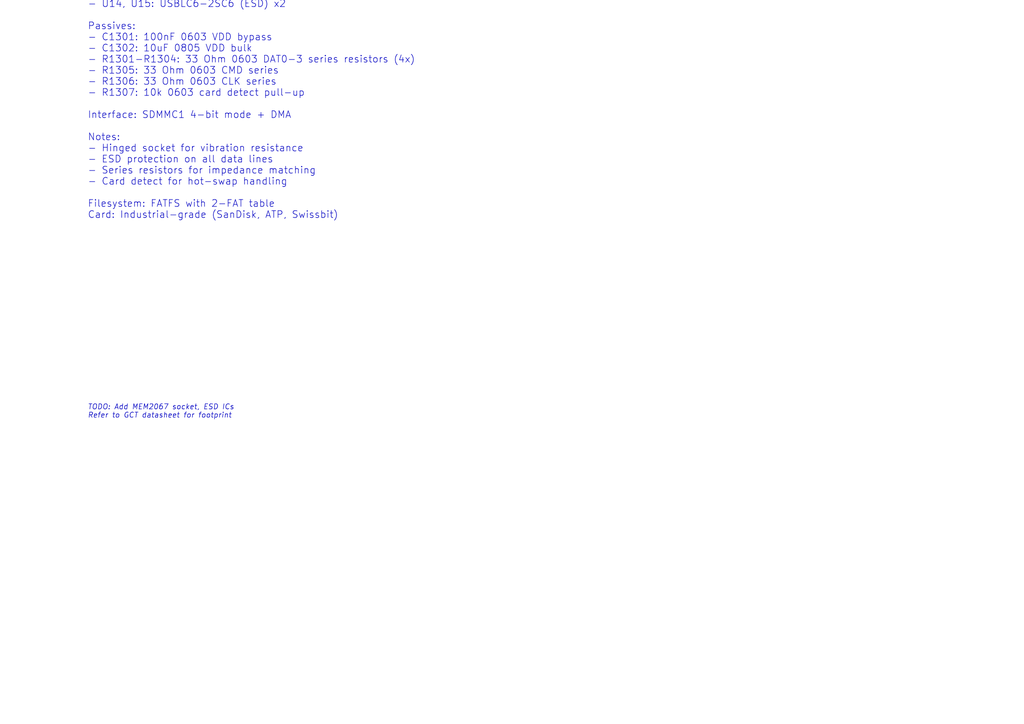
<source format=kicad_sch>
(kicad_sch
	(version 20231120)
	(generator "eeschema")
	(generator_version "8.0")
	(uuid "sec13-0001-0002-0003-000000000001")
	(paper "A4")
	(title_block
		(title "Section 13: microSD")
		(date "2026-01-28")
		(rev "0.1")
		(company "IMSAFE Project")
		(comment 1 "microSD Socket with ESD Protection")
		(comment 2 "SDMMC 4-bit mode")
	)

	(lib_symbols)

	(text "microSD Section\n\nMain Components:\n- J3: MEM2067-02-180-00-A (hinged socket, vibration resistant)\n- U14, U15: USBLC6-2SC6 (ESD) x2\n\nPassives:\n- C1301: 100nF 0603 VDD bypass\n- C1302: 10uF 0805 VDD bulk\n- R1301-R1304: 33 Ohm 0603 DAT0-3 series resistors (4x)\n- R1305: 33 Ohm 0603 CMD series\n- R1306: 33 Ohm 0603 CLK series\n- R1307: 10k 0603 card detect pull-up\n\nInterface: SDMMC1 4-bit mode + DMA\n\nNotes:\n- Hinged socket for vibration resistance\n- ESD protection on all data lines\n- Series resistors for impedance matching\n- Card detect for hot-swap handling\n\nFilesystem: FATFS with 2-FAT table\nCard: Industrial-grade (SanDisk, ATP, Swissbit)"
		(exclude_from_sim no)
		(at 25.4 25.4 0)
		(effects
			(font
				(size 2 2)
			)
			(justify left)
		)
		(uuid "sec13-text-001")
	)

	(text "TODO: Add MEM2067 socket, ESD ICs\nRefer to GCT datasheet for footprint"
		(exclude_from_sim no)
		(at 25.4 119.38 0)
		(effects
			(font
				(size 1.5 1.5)
				(italic yes)
			)
			(justify left)
		)
		(uuid "sec13-todo-001")
	)
)

</source>
